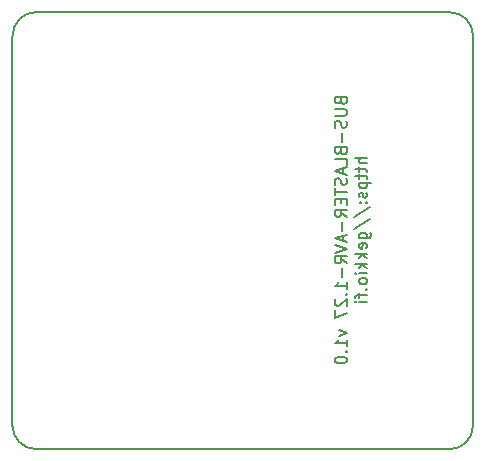
<source format=gbr>
G04 #@! TF.GenerationSoftware,KiCad,Pcbnew,5.0.1-33cea8e~68~ubuntu18.10.1*
G04 #@! TF.CreationDate,2018-11-26T23:36:52+02:00*
G04 #@! TF.ProjectId,BUS-BLASTER-AVR-1.27,4255532D424C41535445522D4156522D,v1.0*
G04 #@! TF.SameCoordinates,Original*
G04 #@! TF.FileFunction,Legend,Bot*
G04 #@! TF.FilePolarity,Positive*
%FSLAX46Y46*%
G04 Gerber Fmt 4.6, Leading zero omitted, Abs format (unit mm)*
G04 Created by KiCad (PCBNEW 5.0.1-33cea8e~68~ubuntu18.10.1) date ma 26. marraskuuta 2018 23.36.52*
%MOMM*%
%LPD*%
G01*
G04 APERTURE LIST*
%ADD10C,0.150000*%
%ADD11C,0.200000*%
G04 APERTURE END LIST*
D10*
X65000000Y-87000000D02*
G75*
G02X63000000Y-85000000I0J2000000D01*
G01*
X102000000Y-85000000D02*
G75*
G02X100000000Y-87000000I-2000000J0D01*
G01*
X100000000Y-50000000D02*
G75*
G02X102000000Y-52000000I0J-2000000D01*
G01*
X63000000Y-52000000D02*
G75*
G02X65000000Y-50000000I2000000J0D01*
G01*
D11*
X90778571Y-57545238D02*
X90826190Y-57688095D01*
X90873809Y-57735714D01*
X90969047Y-57783333D01*
X91111904Y-57783333D01*
X91207142Y-57735714D01*
X91254761Y-57688095D01*
X91302380Y-57592857D01*
X91302380Y-57211904D01*
X90302380Y-57211904D01*
X90302380Y-57545238D01*
X90350000Y-57640476D01*
X90397619Y-57688095D01*
X90492857Y-57735714D01*
X90588095Y-57735714D01*
X90683333Y-57688095D01*
X90730952Y-57640476D01*
X90778571Y-57545238D01*
X90778571Y-57211904D01*
X90302380Y-58211904D02*
X91111904Y-58211904D01*
X91207142Y-58259523D01*
X91254761Y-58307142D01*
X91302380Y-58402380D01*
X91302380Y-58592857D01*
X91254761Y-58688095D01*
X91207142Y-58735714D01*
X91111904Y-58783333D01*
X90302380Y-58783333D01*
X91254761Y-59211904D02*
X91302380Y-59354761D01*
X91302380Y-59592857D01*
X91254761Y-59688095D01*
X91207142Y-59735714D01*
X91111904Y-59783333D01*
X91016666Y-59783333D01*
X90921428Y-59735714D01*
X90873809Y-59688095D01*
X90826190Y-59592857D01*
X90778571Y-59402380D01*
X90730952Y-59307142D01*
X90683333Y-59259523D01*
X90588095Y-59211904D01*
X90492857Y-59211904D01*
X90397619Y-59259523D01*
X90350000Y-59307142D01*
X90302380Y-59402380D01*
X90302380Y-59640476D01*
X90350000Y-59783333D01*
X90921428Y-60211904D02*
X90921428Y-60973809D01*
X90778571Y-61783333D02*
X90826190Y-61926190D01*
X90873809Y-61973809D01*
X90969047Y-62021428D01*
X91111904Y-62021428D01*
X91207142Y-61973809D01*
X91254761Y-61926190D01*
X91302380Y-61830952D01*
X91302380Y-61450000D01*
X90302380Y-61450000D01*
X90302380Y-61783333D01*
X90350000Y-61878571D01*
X90397619Y-61926190D01*
X90492857Y-61973809D01*
X90588095Y-61973809D01*
X90683333Y-61926190D01*
X90730952Y-61878571D01*
X90778571Y-61783333D01*
X90778571Y-61450000D01*
X91302380Y-62926190D02*
X91302380Y-62450000D01*
X90302380Y-62450000D01*
X91016666Y-63211904D02*
X91016666Y-63688095D01*
X91302380Y-63116666D02*
X90302380Y-63450000D01*
X91302380Y-63783333D01*
X91254761Y-64069047D02*
X91302380Y-64211904D01*
X91302380Y-64450000D01*
X91254761Y-64545238D01*
X91207142Y-64592857D01*
X91111904Y-64640476D01*
X91016666Y-64640476D01*
X90921428Y-64592857D01*
X90873809Y-64545238D01*
X90826190Y-64450000D01*
X90778571Y-64259523D01*
X90730952Y-64164285D01*
X90683333Y-64116666D01*
X90588095Y-64069047D01*
X90492857Y-64069047D01*
X90397619Y-64116666D01*
X90350000Y-64164285D01*
X90302380Y-64259523D01*
X90302380Y-64497619D01*
X90350000Y-64640476D01*
X90302380Y-64926190D02*
X90302380Y-65497619D01*
X91302380Y-65211904D02*
X90302380Y-65211904D01*
X90778571Y-65830952D02*
X90778571Y-66164285D01*
X91302380Y-66307142D02*
X91302380Y-65830952D01*
X90302380Y-65830952D01*
X90302380Y-66307142D01*
X91302380Y-67307142D02*
X90826190Y-66973809D01*
X91302380Y-66735714D02*
X90302380Y-66735714D01*
X90302380Y-67116666D01*
X90350000Y-67211904D01*
X90397619Y-67259523D01*
X90492857Y-67307142D01*
X90635714Y-67307142D01*
X90730952Y-67259523D01*
X90778571Y-67211904D01*
X90826190Y-67116666D01*
X90826190Y-66735714D01*
X90921428Y-67735714D02*
X90921428Y-68497619D01*
X91016666Y-68926190D02*
X91016666Y-69402380D01*
X91302380Y-68830952D02*
X90302380Y-69164285D01*
X91302380Y-69497619D01*
X90302380Y-69688095D02*
X91302380Y-70021428D01*
X90302380Y-70354761D01*
X91302380Y-71259523D02*
X90826190Y-70926190D01*
X91302380Y-70688095D02*
X90302380Y-70688095D01*
X90302380Y-71069047D01*
X90350000Y-71164285D01*
X90397619Y-71211904D01*
X90492857Y-71259523D01*
X90635714Y-71259523D01*
X90730952Y-71211904D01*
X90778571Y-71164285D01*
X90826190Y-71069047D01*
X90826190Y-70688095D01*
X90921428Y-71688095D02*
X90921428Y-72450000D01*
X91302380Y-73450000D02*
X91302380Y-72878571D01*
X91302380Y-73164285D02*
X90302380Y-73164285D01*
X90445238Y-73069047D01*
X90540476Y-72973809D01*
X90588095Y-72878571D01*
X91207142Y-73878571D02*
X91254761Y-73926190D01*
X91302380Y-73878571D01*
X91254761Y-73830952D01*
X91207142Y-73878571D01*
X91302380Y-73878571D01*
X90397619Y-74307142D02*
X90350000Y-74354761D01*
X90302380Y-74450000D01*
X90302380Y-74688095D01*
X90350000Y-74783333D01*
X90397619Y-74830952D01*
X90492857Y-74878571D01*
X90588095Y-74878571D01*
X90730952Y-74830952D01*
X91302380Y-74259523D01*
X91302380Y-74878571D01*
X90302380Y-75211904D02*
X90302380Y-75878571D01*
X91302380Y-75450000D01*
X90635714Y-76926190D02*
X91302380Y-77164285D01*
X90635714Y-77402380D01*
X91302380Y-78307142D02*
X91302380Y-77735714D01*
X91302380Y-78021428D02*
X90302380Y-78021428D01*
X90445238Y-77926190D01*
X90540476Y-77830952D01*
X90588095Y-77735714D01*
X91207142Y-78735714D02*
X91254761Y-78783333D01*
X91302380Y-78735714D01*
X91254761Y-78688095D01*
X91207142Y-78735714D01*
X91302380Y-78735714D01*
X90302380Y-79402380D02*
X90302380Y-79497619D01*
X90350000Y-79592857D01*
X90397619Y-79640476D01*
X90492857Y-79688095D01*
X90683333Y-79735714D01*
X90921428Y-79735714D01*
X91111904Y-79688095D01*
X91207142Y-79640476D01*
X91254761Y-79592857D01*
X91302380Y-79497619D01*
X91302380Y-79402380D01*
X91254761Y-79307142D01*
X91207142Y-79259523D01*
X91111904Y-79211904D01*
X90921428Y-79164285D01*
X90683333Y-79164285D01*
X90492857Y-79211904D01*
X90397619Y-79259523D01*
X90350000Y-79307142D01*
X90302380Y-79402380D01*
X93002380Y-62378571D02*
X92002380Y-62378571D01*
X93002380Y-62807142D02*
X92478571Y-62807142D01*
X92383333Y-62759523D01*
X92335714Y-62664285D01*
X92335714Y-62521428D01*
X92383333Y-62426190D01*
X92430952Y-62378571D01*
X92335714Y-63140476D02*
X92335714Y-63521428D01*
X92002380Y-63283333D02*
X92859523Y-63283333D01*
X92954761Y-63330952D01*
X93002380Y-63426190D01*
X93002380Y-63521428D01*
X92335714Y-63711904D02*
X92335714Y-64092857D01*
X92002380Y-63854761D02*
X92859523Y-63854761D01*
X92954761Y-63902380D01*
X93002380Y-63997619D01*
X93002380Y-64092857D01*
X92335714Y-64426190D02*
X93335714Y-64426190D01*
X92383333Y-64426190D02*
X92335714Y-64521428D01*
X92335714Y-64711904D01*
X92383333Y-64807142D01*
X92430952Y-64854761D01*
X92526190Y-64902380D01*
X92811904Y-64902380D01*
X92907142Y-64854761D01*
X92954761Y-64807142D01*
X93002380Y-64711904D01*
X93002380Y-64521428D01*
X92954761Y-64426190D01*
X92954761Y-65283333D02*
X93002380Y-65378571D01*
X93002380Y-65569047D01*
X92954761Y-65664285D01*
X92859523Y-65711904D01*
X92811904Y-65711904D01*
X92716666Y-65664285D01*
X92669047Y-65569047D01*
X92669047Y-65426190D01*
X92621428Y-65330952D01*
X92526190Y-65283333D01*
X92478571Y-65283333D01*
X92383333Y-65330952D01*
X92335714Y-65426190D01*
X92335714Y-65569047D01*
X92383333Y-65664285D01*
X92907142Y-66140476D02*
X92954761Y-66188095D01*
X93002380Y-66140476D01*
X92954761Y-66092857D01*
X92907142Y-66140476D01*
X93002380Y-66140476D01*
X92383333Y-66140476D02*
X92430952Y-66188095D01*
X92478571Y-66140476D01*
X92430952Y-66092857D01*
X92383333Y-66140476D01*
X92478571Y-66140476D01*
X91954761Y-67330952D02*
X93240476Y-66473809D01*
X91954761Y-68378571D02*
X93240476Y-67521428D01*
X92335714Y-69140476D02*
X93145238Y-69140476D01*
X93240476Y-69092857D01*
X93288095Y-69045238D01*
X93335714Y-68950000D01*
X93335714Y-68807142D01*
X93288095Y-68711904D01*
X92954761Y-69140476D02*
X93002380Y-69045238D01*
X93002380Y-68854761D01*
X92954761Y-68759523D01*
X92907142Y-68711904D01*
X92811904Y-68664285D01*
X92526190Y-68664285D01*
X92430952Y-68711904D01*
X92383333Y-68759523D01*
X92335714Y-68854761D01*
X92335714Y-69045238D01*
X92383333Y-69140476D01*
X92954761Y-69997619D02*
X93002380Y-69902380D01*
X93002380Y-69711904D01*
X92954761Y-69616666D01*
X92859523Y-69569047D01*
X92478571Y-69569047D01*
X92383333Y-69616666D01*
X92335714Y-69711904D01*
X92335714Y-69902380D01*
X92383333Y-69997619D01*
X92478571Y-70045238D01*
X92573809Y-70045238D01*
X92669047Y-69569047D01*
X93002380Y-70473809D02*
X92002380Y-70473809D01*
X92621428Y-70569047D02*
X93002380Y-70854761D01*
X92335714Y-70854761D02*
X92716666Y-70473809D01*
X93002380Y-71283333D02*
X92002380Y-71283333D01*
X92621428Y-71378571D02*
X93002380Y-71664285D01*
X92335714Y-71664285D02*
X92716666Y-71283333D01*
X93002380Y-72092857D02*
X92335714Y-72092857D01*
X92002380Y-72092857D02*
X92050000Y-72045238D01*
X92097619Y-72092857D01*
X92050000Y-72140476D01*
X92002380Y-72092857D01*
X92097619Y-72092857D01*
X93002380Y-72711904D02*
X92954761Y-72616666D01*
X92907142Y-72569047D01*
X92811904Y-72521428D01*
X92526190Y-72521428D01*
X92430952Y-72569047D01*
X92383333Y-72616666D01*
X92335714Y-72711904D01*
X92335714Y-72854761D01*
X92383333Y-72950000D01*
X92430952Y-72997619D01*
X92526190Y-73045238D01*
X92811904Y-73045238D01*
X92907142Y-72997619D01*
X92954761Y-72950000D01*
X93002380Y-72854761D01*
X93002380Y-72711904D01*
X92907142Y-73473809D02*
X92954761Y-73521428D01*
X93002380Y-73473809D01*
X92954761Y-73426190D01*
X92907142Y-73473809D01*
X93002380Y-73473809D01*
X92335714Y-73807142D02*
X92335714Y-74188095D01*
X93002380Y-73950000D02*
X92145238Y-73950000D01*
X92050000Y-73997619D01*
X92002380Y-74092857D01*
X92002380Y-74188095D01*
X93002380Y-74521428D02*
X92335714Y-74521428D01*
X92002380Y-74521428D02*
X92050000Y-74473809D01*
X92097619Y-74521428D01*
X92050000Y-74569047D01*
X92002380Y-74521428D01*
X92097619Y-74521428D01*
D10*
X65000000Y-50000000D02*
X100000000Y-50000000D01*
X102000000Y-85000000D02*
X102000000Y-52000000D01*
X65000000Y-87000000D02*
X100000000Y-87000000D01*
X63000000Y-52000000D02*
X63000000Y-85000000D01*
M02*

</source>
